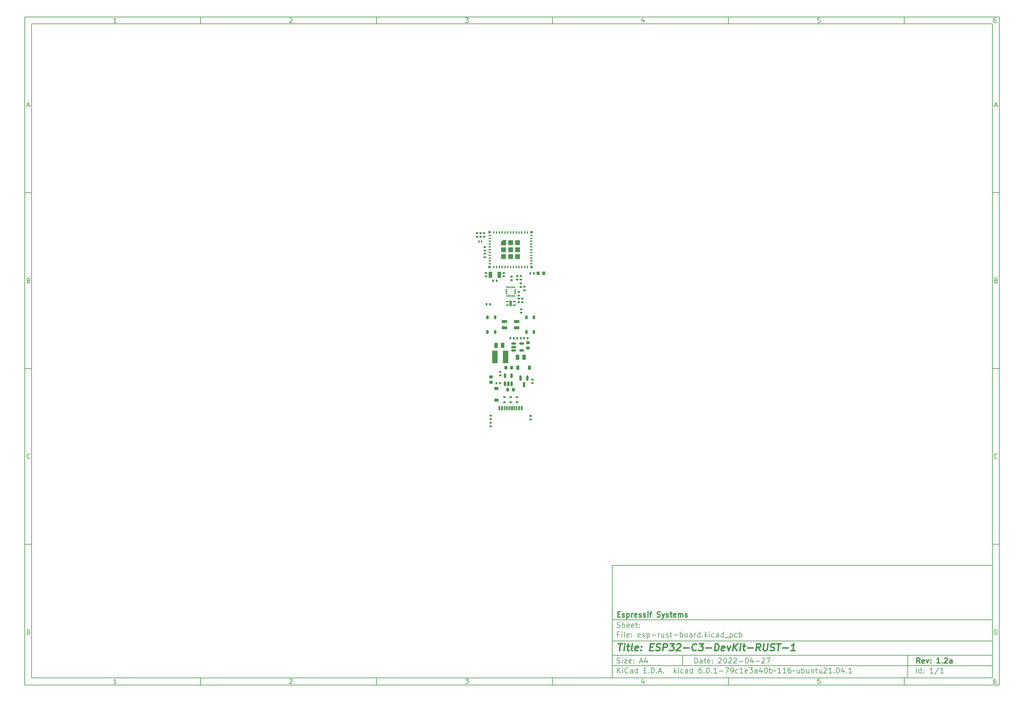
<source format=gbr>
G04 #@! TF.GenerationSoftware,KiCad,Pcbnew,6.0.1-79c1e3a40b~116~ubuntu21.04.1*
G04 #@! TF.CreationDate,2022-06-01T13:50:27+01:00*
G04 #@! TF.ProjectId,esp-rust-board,6573702d-7275-4737-942d-626f6172642e,1.2a*
G04 #@! TF.SameCoordinates,Original*
G04 #@! TF.FileFunction,Paste,Top*
G04 #@! TF.FilePolarity,Positive*
%FSLAX46Y46*%
G04 Gerber Fmt 4.6, Leading zero omitted, Abs format (unit mm)*
G04 Created by KiCad (PCBNEW 6.0.1-79c1e3a40b~116~ubuntu21.04.1) date 2022-06-01 13:50:27*
%MOMM*%
%LPD*%
G01*
G04 APERTURE LIST*
G04 Aperture macros list*
%AMRoundRect*
0 Rectangle with rounded corners*
0 $1 Rounding radius*
0 $2 $3 $4 $5 $6 $7 $8 $9 X,Y pos of 4 corners*
0 Add a 4 corners polygon primitive as box body*
4,1,4,$2,$3,$4,$5,$6,$7,$8,$9,$2,$3,0*
0 Add four circle primitives for the rounded corners*
1,1,$1+$1,$2,$3*
1,1,$1+$1,$4,$5*
1,1,$1+$1,$6,$7*
1,1,$1+$1,$8,$9*
0 Add four rect primitives between the rounded corners*
20,1,$1+$1,$2,$3,$4,$5,0*
20,1,$1+$1,$4,$5,$6,$7,0*
20,1,$1+$1,$6,$7,$8,$9,0*
20,1,$1+$1,$8,$9,$2,$3,0*%
%AMFreePoly0*
4,1,6,0.725000,-0.725000,-0.725000,-0.725000,-0.725000,0.125000,-0.125000,0.725000,0.725000,0.725000,0.725000,-0.725000,0.725000,-0.725000,$1*%
G04 Aperture macros list end*
%ADD10C,0.100000*%
%ADD11C,0.150000*%
%ADD12C,0.300000*%
%ADD13C,0.400000*%
%ADD14C,0.010000*%
%ADD15RoundRect,0.087500X0.087500X-0.187500X0.087500X0.187500X-0.087500X0.187500X-0.087500X-0.187500X0*%
%ADD16RoundRect,0.087500X0.187500X-0.087500X0.187500X0.087500X-0.187500X0.087500X-0.187500X-0.087500X0*%
%ADD17RoundRect,0.218750X0.218750X0.256250X-0.218750X0.256250X-0.218750X-0.256250X0.218750X-0.256250X0*%
%ADD18R,1.000000X1.800000*%
%ADD19RoundRect,0.140000X0.170000X-0.140000X0.170000X0.140000X-0.170000X0.140000X-0.170000X-0.140000X0*%
%ADD20RoundRect,0.140000X-0.170000X0.140000X-0.170000X-0.140000X0.170000X-0.140000X0.170000X0.140000X0*%
%ADD21RoundRect,0.135000X-0.135000X-0.185000X0.135000X-0.185000X0.135000X0.185000X-0.135000X0.185000X0*%
%ADD22RoundRect,0.225000X0.225000X0.250000X-0.225000X0.250000X-0.225000X-0.250000X0.225000X-0.250000X0*%
%ADD23R,0.700000X0.600000*%
%ADD24R,1.450000X1.450000*%
%ADD25R,0.400000X0.800000*%
%ADD26FreePoly0,0.000000*%
%ADD27R,0.700000X0.700000*%
%ADD28R,0.800000X0.400000*%
%ADD29RoundRect,0.135000X-0.185000X0.135000X-0.185000X-0.135000X0.185000X-0.135000X0.185000X0.135000X0*%
%ADD30R,0.650000X1.050000*%
%ADD31R,1.200000X0.900000*%
%ADD32RoundRect,0.135000X0.185000X-0.135000X0.185000X0.135000X-0.185000X0.135000X-0.185000X-0.135000X0*%
%ADD33R,0.700000X1.600000*%
%ADD34RoundRect,0.014000X0.361000X0.161000X-0.361000X0.161000X-0.361000X-0.161000X0.361000X-0.161000X0*%
%ADD35RoundRect,0.135000X0.135000X0.185000X-0.135000X0.185000X-0.135000X-0.185000X0.135000X-0.185000X0*%
%ADD36RoundRect,0.218750X-0.256250X0.218750X-0.256250X-0.218750X0.256250X-0.218750X0.256250X0.218750X0*%
%ADD37RoundRect,0.225000X-0.250000X0.225000X-0.250000X-0.225000X0.250000X-0.225000X0.250000X0.225000X0*%
%ADD38RoundRect,0.225000X-0.225000X-0.250000X0.225000X-0.250000X0.225000X0.250000X-0.225000X0.250000X0*%
%ADD39RoundRect,0.150000X0.150000X-0.512500X0.150000X0.512500X-0.150000X0.512500X-0.150000X-0.512500X0*%
%ADD40RoundRect,0.250000X0.250000X0.475000X-0.250000X0.475000X-0.250000X-0.475000X0.250000X-0.475000X0*%
%ADD41RoundRect,0.150000X-0.150000X0.587500X-0.150000X-0.587500X0.150000X-0.587500X0.150000X0.587500X0*%
%ADD42RoundRect,0.250000X-0.250000X-0.475000X0.250000X-0.475000X0.250000X0.475000X-0.250000X0.475000X0*%
%ADD43RoundRect,0.150000X-0.512500X-0.150000X0.512500X-0.150000X0.512500X0.150000X-0.512500X0.150000X0*%
%ADD44R,1.500000X3.600000*%
%ADD45R,0.900000X1.200000*%
%ADD46R,0.600000X1.150000*%
%ADD47R,0.300000X1.150000*%
%ADD48R,1.600000X0.850000*%
G04 APERTURE END LIST*
D10*
D11*
X177002200Y-166007200D02*
X177002200Y-198007200D01*
X285002200Y-198007200D01*
X285002200Y-166007200D01*
X177002200Y-166007200D01*
D10*
D11*
X10000000Y-10000000D02*
X10000000Y-200007200D01*
X287002200Y-200007200D01*
X287002200Y-10000000D01*
X10000000Y-10000000D01*
D10*
D11*
X12000000Y-12000000D02*
X12000000Y-198007200D01*
X285002200Y-198007200D01*
X285002200Y-12000000D01*
X12000000Y-12000000D01*
D10*
D11*
X60000000Y-12000000D02*
X60000000Y-10000000D01*
D10*
D11*
X110000000Y-12000000D02*
X110000000Y-10000000D01*
D10*
D11*
X160000000Y-12000000D02*
X160000000Y-10000000D01*
D10*
D11*
X210000000Y-12000000D02*
X210000000Y-10000000D01*
D10*
D11*
X260000000Y-12000000D02*
X260000000Y-10000000D01*
D10*
D11*
X36065476Y-11588095D02*
X35322619Y-11588095D01*
X35694047Y-11588095D02*
X35694047Y-10288095D01*
X35570238Y-10473809D01*
X35446428Y-10597619D01*
X35322619Y-10659523D01*
D10*
D11*
X85322619Y-10411904D02*
X85384523Y-10350000D01*
X85508333Y-10288095D01*
X85817857Y-10288095D01*
X85941666Y-10350000D01*
X86003571Y-10411904D01*
X86065476Y-10535714D01*
X86065476Y-10659523D01*
X86003571Y-10845238D01*
X85260714Y-11588095D01*
X86065476Y-11588095D01*
D10*
D11*
X135260714Y-10288095D02*
X136065476Y-10288095D01*
X135632142Y-10783333D01*
X135817857Y-10783333D01*
X135941666Y-10845238D01*
X136003571Y-10907142D01*
X136065476Y-11030952D01*
X136065476Y-11340476D01*
X136003571Y-11464285D01*
X135941666Y-11526190D01*
X135817857Y-11588095D01*
X135446428Y-11588095D01*
X135322619Y-11526190D01*
X135260714Y-11464285D01*
D10*
D11*
X185941666Y-10721428D02*
X185941666Y-11588095D01*
X185632142Y-10226190D02*
X185322619Y-11154761D01*
X186127380Y-11154761D01*
D10*
D11*
X236003571Y-10288095D02*
X235384523Y-10288095D01*
X235322619Y-10907142D01*
X235384523Y-10845238D01*
X235508333Y-10783333D01*
X235817857Y-10783333D01*
X235941666Y-10845238D01*
X236003571Y-10907142D01*
X236065476Y-11030952D01*
X236065476Y-11340476D01*
X236003571Y-11464285D01*
X235941666Y-11526190D01*
X235817857Y-11588095D01*
X235508333Y-11588095D01*
X235384523Y-11526190D01*
X235322619Y-11464285D01*
D10*
D11*
X285941666Y-10288095D02*
X285694047Y-10288095D01*
X285570238Y-10350000D01*
X285508333Y-10411904D01*
X285384523Y-10597619D01*
X285322619Y-10845238D01*
X285322619Y-11340476D01*
X285384523Y-11464285D01*
X285446428Y-11526190D01*
X285570238Y-11588095D01*
X285817857Y-11588095D01*
X285941666Y-11526190D01*
X286003571Y-11464285D01*
X286065476Y-11340476D01*
X286065476Y-11030952D01*
X286003571Y-10907142D01*
X285941666Y-10845238D01*
X285817857Y-10783333D01*
X285570238Y-10783333D01*
X285446428Y-10845238D01*
X285384523Y-10907142D01*
X285322619Y-11030952D01*
D10*
D11*
X60000000Y-198007200D02*
X60000000Y-200007200D01*
D10*
D11*
X110000000Y-198007200D02*
X110000000Y-200007200D01*
D10*
D11*
X160000000Y-198007200D02*
X160000000Y-200007200D01*
D10*
D11*
X210000000Y-198007200D02*
X210000000Y-200007200D01*
D10*
D11*
X260000000Y-198007200D02*
X260000000Y-200007200D01*
D10*
D11*
X36065476Y-199595295D02*
X35322619Y-199595295D01*
X35694047Y-199595295D02*
X35694047Y-198295295D01*
X35570238Y-198481009D01*
X35446428Y-198604819D01*
X35322619Y-198666723D01*
D10*
D11*
X85322619Y-198419104D02*
X85384523Y-198357200D01*
X85508333Y-198295295D01*
X85817857Y-198295295D01*
X85941666Y-198357200D01*
X86003571Y-198419104D01*
X86065476Y-198542914D01*
X86065476Y-198666723D01*
X86003571Y-198852438D01*
X85260714Y-199595295D01*
X86065476Y-199595295D01*
D10*
D11*
X135260714Y-198295295D02*
X136065476Y-198295295D01*
X135632142Y-198790533D01*
X135817857Y-198790533D01*
X135941666Y-198852438D01*
X136003571Y-198914342D01*
X136065476Y-199038152D01*
X136065476Y-199347676D01*
X136003571Y-199471485D01*
X135941666Y-199533390D01*
X135817857Y-199595295D01*
X135446428Y-199595295D01*
X135322619Y-199533390D01*
X135260714Y-199471485D01*
D10*
D11*
X185941666Y-198728628D02*
X185941666Y-199595295D01*
X185632142Y-198233390D02*
X185322619Y-199161961D01*
X186127380Y-199161961D01*
D10*
D11*
X236003571Y-198295295D02*
X235384523Y-198295295D01*
X235322619Y-198914342D01*
X235384523Y-198852438D01*
X235508333Y-198790533D01*
X235817857Y-198790533D01*
X235941666Y-198852438D01*
X236003571Y-198914342D01*
X236065476Y-199038152D01*
X236065476Y-199347676D01*
X236003571Y-199471485D01*
X235941666Y-199533390D01*
X235817857Y-199595295D01*
X235508333Y-199595295D01*
X235384523Y-199533390D01*
X235322619Y-199471485D01*
D10*
D11*
X285941666Y-198295295D02*
X285694047Y-198295295D01*
X285570238Y-198357200D01*
X285508333Y-198419104D01*
X285384523Y-198604819D01*
X285322619Y-198852438D01*
X285322619Y-199347676D01*
X285384523Y-199471485D01*
X285446428Y-199533390D01*
X285570238Y-199595295D01*
X285817857Y-199595295D01*
X285941666Y-199533390D01*
X286003571Y-199471485D01*
X286065476Y-199347676D01*
X286065476Y-199038152D01*
X286003571Y-198914342D01*
X285941666Y-198852438D01*
X285817857Y-198790533D01*
X285570238Y-198790533D01*
X285446428Y-198852438D01*
X285384523Y-198914342D01*
X285322619Y-199038152D01*
D10*
D11*
X10000000Y-60000000D02*
X12000000Y-60000000D01*
D10*
D11*
X10000000Y-110000000D02*
X12000000Y-110000000D01*
D10*
D11*
X10000000Y-160000000D02*
X12000000Y-160000000D01*
D10*
D11*
X10690476Y-35216666D02*
X11309523Y-35216666D01*
X10566666Y-35588095D02*
X11000000Y-34288095D01*
X11433333Y-35588095D01*
D10*
D11*
X11092857Y-84907142D02*
X11278571Y-84969047D01*
X11340476Y-85030952D01*
X11402380Y-85154761D01*
X11402380Y-85340476D01*
X11340476Y-85464285D01*
X11278571Y-85526190D01*
X11154761Y-85588095D01*
X10659523Y-85588095D01*
X10659523Y-84288095D01*
X11092857Y-84288095D01*
X11216666Y-84350000D01*
X11278571Y-84411904D01*
X11340476Y-84535714D01*
X11340476Y-84659523D01*
X11278571Y-84783333D01*
X11216666Y-84845238D01*
X11092857Y-84907142D01*
X10659523Y-84907142D01*
D10*
D11*
X11402380Y-135464285D02*
X11340476Y-135526190D01*
X11154761Y-135588095D01*
X11030952Y-135588095D01*
X10845238Y-135526190D01*
X10721428Y-135402380D01*
X10659523Y-135278571D01*
X10597619Y-135030952D01*
X10597619Y-134845238D01*
X10659523Y-134597619D01*
X10721428Y-134473809D01*
X10845238Y-134350000D01*
X11030952Y-134288095D01*
X11154761Y-134288095D01*
X11340476Y-134350000D01*
X11402380Y-134411904D01*
D10*
D11*
X10659523Y-185588095D02*
X10659523Y-184288095D01*
X10969047Y-184288095D01*
X11154761Y-184350000D01*
X11278571Y-184473809D01*
X11340476Y-184597619D01*
X11402380Y-184845238D01*
X11402380Y-185030952D01*
X11340476Y-185278571D01*
X11278571Y-185402380D01*
X11154761Y-185526190D01*
X10969047Y-185588095D01*
X10659523Y-185588095D01*
D10*
D11*
X287002200Y-60000000D02*
X285002200Y-60000000D01*
D10*
D11*
X287002200Y-110000000D02*
X285002200Y-110000000D01*
D10*
D11*
X287002200Y-160000000D02*
X285002200Y-160000000D01*
D10*
D11*
X285692676Y-35216666D02*
X286311723Y-35216666D01*
X285568866Y-35588095D02*
X286002200Y-34288095D01*
X286435533Y-35588095D01*
D10*
D11*
X286095057Y-84907142D02*
X286280771Y-84969047D01*
X286342676Y-85030952D01*
X286404580Y-85154761D01*
X286404580Y-85340476D01*
X286342676Y-85464285D01*
X286280771Y-85526190D01*
X286156961Y-85588095D01*
X285661723Y-85588095D01*
X285661723Y-84288095D01*
X286095057Y-84288095D01*
X286218866Y-84350000D01*
X286280771Y-84411904D01*
X286342676Y-84535714D01*
X286342676Y-84659523D01*
X286280771Y-84783333D01*
X286218866Y-84845238D01*
X286095057Y-84907142D01*
X285661723Y-84907142D01*
D10*
D11*
X286404580Y-135464285D02*
X286342676Y-135526190D01*
X286156961Y-135588095D01*
X286033152Y-135588095D01*
X285847438Y-135526190D01*
X285723628Y-135402380D01*
X285661723Y-135278571D01*
X285599819Y-135030952D01*
X285599819Y-134845238D01*
X285661723Y-134597619D01*
X285723628Y-134473809D01*
X285847438Y-134350000D01*
X286033152Y-134288095D01*
X286156961Y-134288095D01*
X286342676Y-134350000D01*
X286404580Y-134411904D01*
D10*
D11*
X285661723Y-185588095D02*
X285661723Y-184288095D01*
X285971247Y-184288095D01*
X286156961Y-184350000D01*
X286280771Y-184473809D01*
X286342676Y-184597619D01*
X286404580Y-184845238D01*
X286404580Y-185030952D01*
X286342676Y-185278571D01*
X286280771Y-185402380D01*
X286156961Y-185526190D01*
X285971247Y-185588095D01*
X285661723Y-185588095D01*
D10*
D11*
X200434342Y-193785771D02*
X200434342Y-192285771D01*
X200791485Y-192285771D01*
X201005771Y-192357200D01*
X201148628Y-192500057D01*
X201220057Y-192642914D01*
X201291485Y-192928628D01*
X201291485Y-193142914D01*
X201220057Y-193428628D01*
X201148628Y-193571485D01*
X201005771Y-193714342D01*
X200791485Y-193785771D01*
X200434342Y-193785771D01*
X202577200Y-193785771D02*
X202577200Y-193000057D01*
X202505771Y-192857200D01*
X202362914Y-192785771D01*
X202077200Y-192785771D01*
X201934342Y-192857200D01*
X202577200Y-193714342D02*
X202434342Y-193785771D01*
X202077200Y-193785771D01*
X201934342Y-193714342D01*
X201862914Y-193571485D01*
X201862914Y-193428628D01*
X201934342Y-193285771D01*
X202077200Y-193214342D01*
X202434342Y-193214342D01*
X202577200Y-193142914D01*
X203077200Y-192785771D02*
X203648628Y-192785771D01*
X203291485Y-192285771D02*
X203291485Y-193571485D01*
X203362914Y-193714342D01*
X203505771Y-193785771D01*
X203648628Y-193785771D01*
X204720057Y-193714342D02*
X204577200Y-193785771D01*
X204291485Y-193785771D01*
X204148628Y-193714342D01*
X204077200Y-193571485D01*
X204077200Y-193000057D01*
X204148628Y-192857200D01*
X204291485Y-192785771D01*
X204577200Y-192785771D01*
X204720057Y-192857200D01*
X204791485Y-193000057D01*
X204791485Y-193142914D01*
X204077200Y-193285771D01*
X205434342Y-193642914D02*
X205505771Y-193714342D01*
X205434342Y-193785771D01*
X205362914Y-193714342D01*
X205434342Y-193642914D01*
X205434342Y-193785771D01*
X205434342Y-192857200D02*
X205505771Y-192928628D01*
X205434342Y-193000057D01*
X205362914Y-192928628D01*
X205434342Y-192857200D01*
X205434342Y-193000057D01*
X207220057Y-192428628D02*
X207291485Y-192357200D01*
X207434342Y-192285771D01*
X207791485Y-192285771D01*
X207934342Y-192357200D01*
X208005771Y-192428628D01*
X208077200Y-192571485D01*
X208077200Y-192714342D01*
X208005771Y-192928628D01*
X207148628Y-193785771D01*
X208077200Y-193785771D01*
X209005771Y-192285771D02*
X209148628Y-192285771D01*
X209291485Y-192357200D01*
X209362914Y-192428628D01*
X209434342Y-192571485D01*
X209505771Y-192857200D01*
X209505771Y-193214342D01*
X209434342Y-193500057D01*
X209362914Y-193642914D01*
X209291485Y-193714342D01*
X209148628Y-193785771D01*
X209005771Y-193785771D01*
X208862914Y-193714342D01*
X208791485Y-193642914D01*
X208720057Y-193500057D01*
X208648628Y-193214342D01*
X208648628Y-192857200D01*
X208720057Y-192571485D01*
X208791485Y-192428628D01*
X208862914Y-192357200D01*
X209005771Y-192285771D01*
X210077200Y-192428628D02*
X210148628Y-192357200D01*
X210291485Y-192285771D01*
X210648628Y-192285771D01*
X210791485Y-192357200D01*
X210862914Y-192428628D01*
X210934342Y-192571485D01*
X210934342Y-192714342D01*
X210862914Y-192928628D01*
X210005771Y-193785771D01*
X210934342Y-193785771D01*
X211505771Y-192428628D02*
X211577200Y-192357200D01*
X211720057Y-192285771D01*
X212077200Y-192285771D01*
X212220057Y-192357200D01*
X212291485Y-192428628D01*
X212362914Y-192571485D01*
X212362914Y-192714342D01*
X212291485Y-192928628D01*
X211434342Y-193785771D01*
X212362914Y-193785771D01*
X213005771Y-193214342D02*
X214148628Y-193214342D01*
X215148628Y-192285771D02*
X215291485Y-192285771D01*
X215434342Y-192357200D01*
X215505771Y-192428628D01*
X215577200Y-192571485D01*
X215648628Y-192857200D01*
X215648628Y-193214342D01*
X215577200Y-193500057D01*
X215505771Y-193642914D01*
X215434342Y-193714342D01*
X215291485Y-193785771D01*
X215148628Y-193785771D01*
X215005771Y-193714342D01*
X214934342Y-193642914D01*
X214862914Y-193500057D01*
X214791485Y-193214342D01*
X214791485Y-192857200D01*
X214862914Y-192571485D01*
X214934342Y-192428628D01*
X215005771Y-192357200D01*
X215148628Y-192285771D01*
X216934342Y-192785771D02*
X216934342Y-193785771D01*
X216577200Y-192214342D02*
X216220057Y-193285771D01*
X217148628Y-193285771D01*
X217720057Y-193214342D02*
X218862914Y-193214342D01*
X219505771Y-192428628D02*
X219577200Y-192357200D01*
X219720057Y-192285771D01*
X220077200Y-192285771D01*
X220220057Y-192357200D01*
X220291485Y-192428628D01*
X220362914Y-192571485D01*
X220362914Y-192714342D01*
X220291485Y-192928628D01*
X219434342Y-193785771D01*
X220362914Y-193785771D01*
X220862914Y-192285771D02*
X221862914Y-192285771D01*
X221220057Y-193785771D01*
D10*
D11*
X177002200Y-194507200D02*
X285002200Y-194507200D01*
D10*
D11*
X178434342Y-196585771D02*
X178434342Y-195085771D01*
X179291485Y-196585771D02*
X178648628Y-195728628D01*
X179291485Y-195085771D02*
X178434342Y-195942914D01*
X179934342Y-196585771D02*
X179934342Y-195585771D01*
X179934342Y-195085771D02*
X179862914Y-195157200D01*
X179934342Y-195228628D01*
X180005771Y-195157200D01*
X179934342Y-195085771D01*
X179934342Y-195228628D01*
X181505771Y-196442914D02*
X181434342Y-196514342D01*
X181220057Y-196585771D01*
X181077200Y-196585771D01*
X180862914Y-196514342D01*
X180720057Y-196371485D01*
X180648628Y-196228628D01*
X180577200Y-195942914D01*
X180577200Y-195728628D01*
X180648628Y-195442914D01*
X180720057Y-195300057D01*
X180862914Y-195157200D01*
X181077200Y-195085771D01*
X181220057Y-195085771D01*
X181434342Y-195157200D01*
X181505771Y-195228628D01*
X182791485Y-196585771D02*
X182791485Y-195800057D01*
X182720057Y-195657200D01*
X182577200Y-195585771D01*
X182291485Y-195585771D01*
X182148628Y-195657200D01*
X182791485Y-196514342D02*
X182648628Y-196585771D01*
X182291485Y-196585771D01*
X182148628Y-196514342D01*
X182077200Y-196371485D01*
X182077200Y-196228628D01*
X182148628Y-196085771D01*
X182291485Y-196014342D01*
X182648628Y-196014342D01*
X182791485Y-195942914D01*
X184148628Y-196585771D02*
X184148628Y-195085771D01*
X184148628Y-196514342D02*
X184005771Y-196585771D01*
X183720057Y-196585771D01*
X183577200Y-196514342D01*
X183505771Y-196442914D01*
X183434342Y-196300057D01*
X183434342Y-195871485D01*
X183505771Y-195728628D01*
X183577200Y-195657200D01*
X183720057Y-195585771D01*
X184005771Y-195585771D01*
X184148628Y-195657200D01*
X186005771Y-195800057D02*
X186505771Y-195800057D01*
X186720057Y-196585771D02*
X186005771Y-196585771D01*
X186005771Y-195085771D01*
X186720057Y-195085771D01*
X187362914Y-196442914D02*
X187434342Y-196514342D01*
X187362914Y-196585771D01*
X187291485Y-196514342D01*
X187362914Y-196442914D01*
X187362914Y-196585771D01*
X188077200Y-196585771D02*
X188077200Y-195085771D01*
X188434342Y-195085771D01*
X188648628Y-195157200D01*
X188791485Y-195300057D01*
X188862914Y-195442914D01*
X188934342Y-195728628D01*
X188934342Y-195942914D01*
X188862914Y-196228628D01*
X188791485Y-196371485D01*
X188648628Y-196514342D01*
X188434342Y-196585771D01*
X188077200Y-196585771D01*
X189577200Y-196442914D02*
X189648628Y-196514342D01*
X189577200Y-196585771D01*
X189505771Y-196514342D01*
X189577200Y-196442914D01*
X189577200Y-196585771D01*
X190220057Y-196157200D02*
X190934342Y-196157200D01*
X190077200Y-196585771D02*
X190577200Y-195085771D01*
X191077200Y-196585771D01*
X191577200Y-196442914D02*
X191648628Y-196514342D01*
X191577200Y-196585771D01*
X191505771Y-196514342D01*
X191577200Y-196442914D01*
X191577200Y-196585771D01*
X194577200Y-196585771D02*
X194577200Y-195085771D01*
X194720057Y-196014342D02*
X195148628Y-196585771D01*
X195148628Y-195585771D02*
X194577200Y-196157200D01*
X195791485Y-196585771D02*
X195791485Y-195585771D01*
X195791485Y-195085771D02*
X195720057Y-195157200D01*
X195791485Y-195228628D01*
X195862914Y-195157200D01*
X195791485Y-195085771D01*
X195791485Y-195228628D01*
X197148628Y-196514342D02*
X197005771Y-196585771D01*
X196720057Y-196585771D01*
X196577200Y-196514342D01*
X196505771Y-196442914D01*
X196434342Y-196300057D01*
X196434342Y-195871485D01*
X196505771Y-195728628D01*
X196577200Y-195657200D01*
X196720057Y-195585771D01*
X197005771Y-195585771D01*
X197148628Y-195657200D01*
X198434342Y-196585771D02*
X198434342Y-195800057D01*
X198362914Y-195657200D01*
X198220057Y-195585771D01*
X197934342Y-195585771D01*
X197791485Y-195657200D01*
X198434342Y-196514342D02*
X198291485Y-196585771D01*
X197934342Y-196585771D01*
X197791485Y-196514342D01*
X197720057Y-196371485D01*
X197720057Y-196228628D01*
X197791485Y-196085771D01*
X197934342Y-196014342D01*
X198291485Y-196014342D01*
X198434342Y-195942914D01*
X199791485Y-196585771D02*
X199791485Y-195085771D01*
X199791485Y-196514342D02*
X199648628Y-196585771D01*
X199362914Y-196585771D01*
X199220057Y-196514342D01*
X199148628Y-196442914D01*
X199077200Y-196300057D01*
X199077200Y-195871485D01*
X199148628Y-195728628D01*
X199220057Y-195657200D01*
X199362914Y-195585771D01*
X199648628Y-195585771D01*
X199791485Y-195657200D01*
X202291485Y-195085771D02*
X202005771Y-195085771D01*
X201862914Y-195157200D01*
X201791485Y-195228628D01*
X201648628Y-195442914D01*
X201577200Y-195728628D01*
X201577200Y-196300057D01*
X201648628Y-196442914D01*
X201720057Y-196514342D01*
X201862914Y-196585771D01*
X202148628Y-196585771D01*
X202291485Y-196514342D01*
X202362914Y-196442914D01*
X202434342Y-196300057D01*
X202434342Y-195942914D01*
X202362914Y-195800057D01*
X202291485Y-195728628D01*
X202148628Y-195657200D01*
X201862914Y-195657200D01*
X201720057Y-195728628D01*
X201648628Y-195800057D01*
X201577200Y-195942914D01*
X203077200Y-196442914D02*
X203148628Y-196514342D01*
X203077200Y-196585771D01*
X203005771Y-196514342D01*
X203077200Y-196442914D01*
X203077200Y-196585771D01*
X204077200Y-195085771D02*
X204220057Y-195085771D01*
X204362914Y-195157200D01*
X204434342Y-195228628D01*
X204505771Y-195371485D01*
X204577200Y-195657200D01*
X204577200Y-196014342D01*
X204505771Y-196300057D01*
X204434342Y-196442914D01*
X204362914Y-196514342D01*
X204220057Y-196585771D01*
X204077200Y-196585771D01*
X203934342Y-196514342D01*
X203862914Y-196442914D01*
X203791485Y-196300057D01*
X203720057Y-196014342D01*
X203720057Y-195657200D01*
X203791485Y-195371485D01*
X203862914Y-195228628D01*
X203934342Y-195157200D01*
X204077200Y-195085771D01*
X205220057Y-196442914D02*
X205291485Y-196514342D01*
X205220057Y-196585771D01*
X205148628Y-196514342D01*
X205220057Y-196442914D01*
X205220057Y-196585771D01*
X206720057Y-196585771D02*
X205862914Y-196585771D01*
X206291485Y-196585771D02*
X206291485Y-195085771D01*
X206148628Y-195300057D01*
X206005771Y-195442914D01*
X205862914Y-195514342D01*
X207362914Y-196014342D02*
X208505771Y-196014342D01*
X209077200Y-195085771D02*
X210077200Y-195085771D01*
X209434342Y-196585771D01*
X210720057Y-196585771D02*
X211005771Y-196585771D01*
X211148628Y-196514342D01*
X211220057Y-196442914D01*
X211362914Y-196228628D01*
X211434342Y-195942914D01*
X211434342Y-195371485D01*
X211362914Y-195228628D01*
X211291485Y-195157200D01*
X211148628Y-195085771D01*
X210862914Y-195085771D01*
X210720057Y-195157200D01*
X210648628Y-195228628D01*
X210577200Y-195371485D01*
X210577200Y-195728628D01*
X210648628Y-195871485D01*
X210720057Y-195942914D01*
X210862914Y-196014342D01*
X211148628Y-196014342D01*
X211291485Y-195942914D01*
X211362914Y-195871485D01*
X211434342Y-195728628D01*
X212720057Y-196514342D02*
X212577200Y-196585771D01*
X212291485Y-196585771D01*
X212148628Y-196514342D01*
X212077200Y-196442914D01*
X212005771Y-196300057D01*
X212005771Y-195871485D01*
X212077200Y-195728628D01*
X212148628Y-195657200D01*
X212291485Y-195585771D01*
X212577200Y-195585771D01*
X212720057Y-195657200D01*
X214148628Y-196585771D02*
X213291485Y-196585771D01*
X213720057Y-196585771D02*
X213720057Y-195085771D01*
X213577200Y-195300057D01*
X213434342Y-195442914D01*
X213291485Y-195514342D01*
X215362914Y-196514342D02*
X215220057Y-196585771D01*
X214934342Y-196585771D01*
X214791485Y-196514342D01*
X214720057Y-196371485D01*
X214720057Y-195800057D01*
X214791485Y-195657200D01*
X214934342Y-195585771D01*
X215220057Y-195585771D01*
X215362914Y-195657200D01*
X215434342Y-195800057D01*
X215434342Y-195942914D01*
X214720057Y-196085771D01*
X215934342Y-195085771D02*
X216862914Y-195085771D01*
X216362914Y-195657200D01*
X216577200Y-195657200D01*
X216720057Y-195728628D01*
X216791485Y-195800057D01*
X216862914Y-195942914D01*
X216862914Y-196300057D01*
X216791485Y-196442914D01*
X216720057Y-196514342D01*
X216577200Y-196585771D01*
X216148628Y-196585771D01*
X216005771Y-196514342D01*
X215934342Y-196442914D01*
X218148628Y-196585771D02*
X218148628Y-195800057D01*
X218077200Y-195657200D01*
X217934342Y-195585771D01*
X217648628Y-195585771D01*
X217505771Y-195657200D01*
X218148628Y-196514342D02*
X218005771Y-196585771D01*
X217648628Y-196585771D01*
X217505771Y-196514342D01*
X217434342Y-196371485D01*
X217434342Y-196228628D01*
X217505771Y-196085771D01*
X217648628Y-196014342D01*
X218005771Y-196014342D01*
X218148628Y-195942914D01*
X219505771Y-195585771D02*
X219505771Y-196585771D01*
X219148628Y-195014342D02*
X218791485Y-196085771D01*
X219720057Y-196085771D01*
X220577200Y-195085771D02*
X220720057Y-195085771D01*
X220862914Y-195157200D01*
X220934342Y-195228628D01*
X221005771Y-195371485D01*
X221077200Y-195657200D01*
X221077200Y-196014342D01*
X221005771Y-196300057D01*
X220934342Y-196442914D01*
X220862914Y-196514342D01*
X220720057Y-196585771D01*
X220577200Y-196585771D01*
X220434342Y-196514342D01*
X220362914Y-196442914D01*
X220291485Y-196300057D01*
X220220057Y-196014342D01*
X220220057Y-195657200D01*
X220291485Y-195371485D01*
X220362914Y-195228628D01*
X220434342Y-195157200D01*
X220577200Y-195085771D01*
X221720057Y-196585771D02*
X221720057Y-195085771D01*
X221720057Y-195657200D02*
X221862914Y-195585771D01*
X222148628Y-195585771D01*
X222291485Y-195657200D01*
X222362914Y-195728628D01*
X222434342Y-195871485D01*
X222434342Y-196300057D01*
X222362914Y-196442914D01*
X222291485Y-196514342D01*
X222148628Y-196585771D01*
X221862914Y-196585771D01*
X221720057Y-196514342D01*
X222862914Y-196014342D02*
X222934342Y-195942914D01*
X223077200Y-195871485D01*
X223362914Y-196014342D01*
X223505771Y-195942914D01*
X223577200Y-195871485D01*
X224934342Y-196585771D02*
X224077200Y-196585771D01*
X224505771Y-196585771D02*
X224505771Y-195085771D01*
X224362914Y-195300057D01*
X224220057Y-195442914D01*
X224077200Y-195514342D01*
X226362914Y-196585771D02*
X225505771Y-196585771D01*
X225934342Y-196585771D02*
X225934342Y-195085771D01*
X225791485Y-195300057D01*
X225648628Y-195442914D01*
X225505771Y-195514342D01*
X227648628Y-195085771D02*
X227362914Y-195085771D01*
X227220057Y-195157200D01*
X227148628Y-195228628D01*
X227005771Y-195442914D01*
X226934342Y-195728628D01*
X226934342Y-196300057D01*
X227005771Y-196442914D01*
X227077199Y-196514342D01*
X227220057Y-196585771D01*
X227505771Y-196585771D01*
X227648628Y-196514342D01*
X227720057Y-196442914D01*
X227791485Y-196300057D01*
X227791485Y-195942914D01*
X227720057Y-195800057D01*
X227648628Y-195728628D01*
X227505771Y-195657200D01*
X227220057Y-195657200D01*
X227077199Y-195728628D01*
X227005771Y-195800057D01*
X226934342Y-195942914D01*
X228220057Y-196014342D02*
X228291485Y-195942914D01*
X228434342Y-195871485D01*
X228720057Y-196014342D01*
X228862914Y-195942914D01*
X228934342Y-195871485D01*
X230148628Y-195585771D02*
X230148628Y-196585771D01*
X229505771Y-195585771D02*
X229505771Y-196371485D01*
X229577199Y-196514342D01*
X229720057Y-196585771D01*
X229934342Y-196585771D01*
X230077199Y-196514342D01*
X230148628Y-196442914D01*
X230862914Y-196585771D02*
X230862914Y-195085771D01*
X230862914Y-195657200D02*
X231005771Y-195585771D01*
X231291485Y-195585771D01*
X231434342Y-195657200D01*
X231505771Y-195728628D01*
X231577200Y-195871485D01*
X231577200Y-196300057D01*
X231505771Y-196442914D01*
X231434342Y-196514342D01*
X231291485Y-196585771D01*
X231005771Y-196585771D01*
X230862914Y-196514342D01*
X232862914Y-195585771D02*
X232862914Y-196585771D01*
X232220057Y-195585771D02*
X232220057Y-196371485D01*
X232291485Y-196514342D01*
X232434342Y-196585771D01*
X232648628Y-196585771D01*
X232791485Y-196514342D01*
X232862914Y-196442914D01*
X233577200Y-195585771D02*
X233577200Y-196585771D01*
X233577200Y-195728628D02*
X233648628Y-195657200D01*
X233791485Y-195585771D01*
X234005771Y-195585771D01*
X234148628Y-195657200D01*
X234220057Y-195800057D01*
X234220057Y-196585771D01*
X234720057Y-195585771D02*
X235291485Y-195585771D01*
X234934342Y-195085771D02*
X234934342Y-196371485D01*
X235005771Y-196514342D01*
X235148628Y-196585771D01*
X235291485Y-196585771D01*
X236434342Y-195585771D02*
X236434342Y-196585771D01*
X235791485Y-195585771D02*
X235791485Y-196371485D01*
X235862914Y-196514342D01*
X236005771Y-196585771D01*
X236220057Y-196585771D01*
X236362914Y-196514342D01*
X236434342Y-196442914D01*
X237077200Y-195228628D02*
X237148628Y-195157200D01*
X237291485Y-195085771D01*
X237648628Y-195085771D01*
X237791485Y-195157200D01*
X237862914Y-195228628D01*
X237934342Y-195371485D01*
X237934342Y-195514342D01*
X237862914Y-195728628D01*
X237005771Y-196585771D01*
X237934342Y-196585771D01*
X239362914Y-196585771D02*
X238505771Y-196585771D01*
X238934342Y-196585771D02*
X238934342Y-195085771D01*
X238791485Y-195300057D01*
X238648628Y-195442914D01*
X238505771Y-195514342D01*
X240005771Y-196442914D02*
X240077199Y-196514342D01*
X240005771Y-196585771D01*
X239934342Y-196514342D01*
X240005771Y-196442914D01*
X240005771Y-196585771D01*
X241005771Y-195085771D02*
X241148628Y-195085771D01*
X241291485Y-195157200D01*
X241362914Y-195228628D01*
X241434342Y-195371485D01*
X241505771Y-195657200D01*
X241505771Y-196014342D01*
X241434342Y-196300057D01*
X241362914Y-196442914D01*
X241291485Y-196514342D01*
X241148628Y-196585771D01*
X241005771Y-196585771D01*
X240862914Y-196514342D01*
X240791485Y-196442914D01*
X240720057Y-196300057D01*
X240648628Y-196014342D01*
X240648628Y-195657200D01*
X240720057Y-195371485D01*
X240791485Y-195228628D01*
X240862914Y-195157200D01*
X241005771Y-195085771D01*
X242791485Y-195585771D02*
X242791485Y-196585771D01*
X242434342Y-195014342D02*
X242077199Y-196085771D01*
X243005771Y-196085771D01*
X243577199Y-196442914D02*
X243648628Y-196514342D01*
X243577199Y-196585771D01*
X243505771Y-196514342D01*
X243577199Y-196442914D01*
X243577199Y-196585771D01*
X245077199Y-196585771D02*
X244220057Y-196585771D01*
X244648628Y-196585771D02*
X244648628Y-195085771D01*
X244505771Y-195300057D01*
X244362914Y-195442914D01*
X244220057Y-195514342D01*
D10*
D11*
X177002200Y-191507200D02*
X285002200Y-191507200D01*
D10*
D12*
X264411485Y-193785771D02*
X263911485Y-193071485D01*
X263554342Y-193785771D02*
X263554342Y-192285771D01*
X264125771Y-192285771D01*
X264268628Y-192357200D01*
X264340057Y-192428628D01*
X264411485Y-192571485D01*
X264411485Y-192785771D01*
X264340057Y-192928628D01*
X264268628Y-193000057D01*
X264125771Y-193071485D01*
X263554342Y-193071485D01*
X265625771Y-193714342D02*
X265482914Y-193785771D01*
X265197200Y-193785771D01*
X265054342Y-193714342D01*
X264982914Y-193571485D01*
X264982914Y-193000057D01*
X265054342Y-192857200D01*
X265197200Y-192785771D01*
X265482914Y-192785771D01*
X265625771Y-192857200D01*
X265697200Y-193000057D01*
X265697200Y-193142914D01*
X264982914Y-193285771D01*
X266197200Y-192785771D02*
X266554342Y-193785771D01*
X266911485Y-192785771D01*
X267482914Y-193642914D02*
X267554342Y-193714342D01*
X267482914Y-193785771D01*
X267411485Y-193714342D01*
X267482914Y-193642914D01*
X267482914Y-193785771D01*
X267482914Y-192857200D02*
X267554342Y-192928628D01*
X267482914Y-193000057D01*
X267411485Y-192928628D01*
X267482914Y-192857200D01*
X267482914Y-193000057D01*
X270125771Y-193785771D02*
X269268628Y-193785771D01*
X269697200Y-193785771D02*
X269697200Y-192285771D01*
X269554342Y-192500057D01*
X269411485Y-192642914D01*
X269268628Y-192714342D01*
X270768628Y-193642914D02*
X270840057Y-193714342D01*
X270768628Y-193785771D01*
X270697200Y-193714342D01*
X270768628Y-193642914D01*
X270768628Y-193785771D01*
X271411485Y-192428628D02*
X271482914Y-192357200D01*
X271625771Y-192285771D01*
X271982914Y-192285771D01*
X272125771Y-192357200D01*
X272197200Y-192428628D01*
X272268628Y-192571485D01*
X272268628Y-192714342D01*
X272197200Y-192928628D01*
X271340057Y-193785771D01*
X272268628Y-193785771D01*
X273554342Y-193785771D02*
X273554342Y-193000057D01*
X273482914Y-192857200D01*
X273340057Y-192785771D01*
X273054342Y-192785771D01*
X272911485Y-192857200D01*
X273554342Y-193714342D02*
X273411485Y-193785771D01*
X273054342Y-193785771D01*
X272911485Y-193714342D01*
X272840057Y-193571485D01*
X272840057Y-193428628D01*
X272911485Y-193285771D01*
X273054342Y-193214342D01*
X273411485Y-193214342D01*
X273554342Y-193142914D01*
D10*
D11*
X178362914Y-193714342D02*
X178577200Y-193785771D01*
X178934342Y-193785771D01*
X179077200Y-193714342D01*
X179148628Y-193642914D01*
X179220057Y-193500057D01*
X179220057Y-193357200D01*
X179148628Y-193214342D01*
X179077200Y-193142914D01*
X178934342Y-193071485D01*
X178648628Y-193000057D01*
X178505771Y-192928628D01*
X178434342Y-192857200D01*
X178362914Y-192714342D01*
X178362914Y-192571485D01*
X178434342Y-192428628D01*
X178505771Y-192357200D01*
X178648628Y-192285771D01*
X179005771Y-192285771D01*
X179220057Y-192357200D01*
X179862914Y-193785771D02*
X179862914Y-192785771D01*
X179862914Y-192285771D02*
X179791485Y-192357200D01*
X179862914Y-192428628D01*
X179934342Y-192357200D01*
X179862914Y-192285771D01*
X179862914Y-192428628D01*
X180434342Y-192785771D02*
X181220057Y-192785771D01*
X180434342Y-193785771D01*
X181220057Y-193785771D01*
X182362914Y-193714342D02*
X182220057Y-193785771D01*
X181934342Y-193785771D01*
X181791485Y-193714342D01*
X181720057Y-193571485D01*
X181720057Y-193000057D01*
X181791485Y-192857200D01*
X181934342Y-192785771D01*
X182220057Y-192785771D01*
X182362914Y-192857200D01*
X182434342Y-193000057D01*
X182434342Y-193142914D01*
X181720057Y-193285771D01*
X183077200Y-193642914D02*
X183148628Y-193714342D01*
X183077200Y-193785771D01*
X183005771Y-193714342D01*
X183077200Y-193642914D01*
X183077200Y-193785771D01*
X183077200Y-192857200D02*
X183148628Y-192928628D01*
X183077200Y-193000057D01*
X183005771Y-192928628D01*
X183077200Y-192857200D01*
X183077200Y-193000057D01*
X184862914Y-193357200D02*
X185577200Y-193357200D01*
X184720057Y-193785771D02*
X185220057Y-192285771D01*
X185720057Y-193785771D01*
X186862914Y-192785771D02*
X186862914Y-193785771D01*
X186505771Y-192214342D02*
X186148628Y-193285771D01*
X187077200Y-193285771D01*
D10*
D11*
X263434342Y-196585771D02*
X263434342Y-195085771D01*
X264791485Y-196585771D02*
X264791485Y-195085771D01*
X264791485Y-196514342D02*
X264648628Y-196585771D01*
X264362914Y-196585771D01*
X264220057Y-196514342D01*
X264148628Y-196442914D01*
X264077200Y-196300057D01*
X264077200Y-195871485D01*
X264148628Y-195728628D01*
X264220057Y-195657200D01*
X264362914Y-195585771D01*
X264648628Y-195585771D01*
X264791485Y-195657200D01*
X265505771Y-196442914D02*
X265577200Y-196514342D01*
X265505771Y-196585771D01*
X265434342Y-196514342D01*
X265505771Y-196442914D01*
X265505771Y-196585771D01*
X265505771Y-195657200D02*
X265577200Y-195728628D01*
X265505771Y-195800057D01*
X265434342Y-195728628D01*
X265505771Y-195657200D01*
X265505771Y-195800057D01*
X268148628Y-196585771D02*
X267291485Y-196585771D01*
X267720057Y-196585771D02*
X267720057Y-195085771D01*
X267577200Y-195300057D01*
X267434342Y-195442914D01*
X267291485Y-195514342D01*
X269862914Y-195014342D02*
X268577200Y-196942914D01*
X271148628Y-196585771D02*
X270291485Y-196585771D01*
X270720057Y-196585771D02*
X270720057Y-195085771D01*
X270577200Y-195300057D01*
X270434342Y-195442914D01*
X270291485Y-195514342D01*
D10*
D11*
X177002200Y-187507200D02*
X285002200Y-187507200D01*
D10*
D13*
X178714580Y-188211961D02*
X179857438Y-188211961D01*
X179036009Y-190211961D02*
X179286009Y-188211961D01*
X180274104Y-190211961D02*
X180440771Y-188878628D01*
X180524104Y-188211961D02*
X180416961Y-188307200D01*
X180500295Y-188402438D01*
X180607438Y-188307200D01*
X180524104Y-188211961D01*
X180500295Y-188402438D01*
X181107438Y-188878628D02*
X181869342Y-188878628D01*
X181476485Y-188211961D02*
X181262200Y-189926247D01*
X181333628Y-190116723D01*
X181512200Y-190211961D01*
X181702676Y-190211961D01*
X182655057Y-190211961D02*
X182476485Y-190116723D01*
X182405057Y-189926247D01*
X182619342Y-188211961D01*
X184190771Y-190116723D02*
X183988390Y-190211961D01*
X183607438Y-190211961D01*
X183428866Y-190116723D01*
X183357438Y-189926247D01*
X183452676Y-189164342D01*
X183571723Y-188973866D01*
X183774104Y-188878628D01*
X184155057Y-188878628D01*
X184333628Y-188973866D01*
X184405057Y-189164342D01*
X184381247Y-189354819D01*
X183405057Y-189545295D01*
X185155057Y-190021485D02*
X185238390Y-190116723D01*
X185131247Y-190211961D01*
X185047914Y-190116723D01*
X185155057Y-190021485D01*
X185131247Y-190211961D01*
X185286009Y-188973866D02*
X185369342Y-189069104D01*
X185262200Y-189164342D01*
X185178866Y-189069104D01*
X185286009Y-188973866D01*
X185262200Y-189164342D01*
X187738390Y-189164342D02*
X188405057Y-189164342D01*
X188559819Y-190211961D02*
X187607438Y-190211961D01*
X187857438Y-188211961D01*
X188809819Y-188211961D01*
X189333628Y-190116723D02*
X189607438Y-190211961D01*
X190083628Y-190211961D01*
X190286009Y-190116723D01*
X190393152Y-190021485D01*
X190512200Y-189831009D01*
X190536009Y-189640533D01*
X190464580Y-189450057D01*
X190381247Y-189354819D01*
X190202676Y-189259580D01*
X189833628Y-189164342D01*
X189655057Y-189069104D01*
X189571723Y-188973866D01*
X189500295Y-188783390D01*
X189524104Y-188592914D01*
X189643152Y-188402438D01*
X189750295Y-188307200D01*
X189952676Y-188211961D01*
X190428866Y-188211961D01*
X190702676Y-188307200D01*
X191321723Y-190211961D02*
X191571723Y-188211961D01*
X192333628Y-188211961D01*
X192512200Y-188307200D01*
X192595533Y-188402438D01*
X192666961Y-188592914D01*
X192631247Y-188878628D01*
X192512200Y-189069104D01*
X192405057Y-189164342D01*
X192202676Y-189259580D01*
X191440771Y-189259580D01*
X193381247Y-188211961D02*
X194619342Y-188211961D01*
X193857438Y-188973866D01*
X194143152Y-188973866D01*
X194321723Y-189069104D01*
X194405057Y-189164342D01*
X194476485Y-189354819D01*
X194416961Y-189831009D01*
X194297914Y-190021485D01*
X194190771Y-190116723D01*
X193988390Y-190211961D01*
X193416961Y-190211961D01*
X193238390Y-190116723D01*
X193155057Y-190021485D01*
X195357438Y-188402438D02*
X195464580Y-188307200D01*
X195666961Y-188211961D01*
X196143152Y-188211961D01*
X196321723Y-188307200D01*
X196405057Y-188402438D01*
X196476485Y-188592914D01*
X196452676Y-188783390D01*
X196321723Y-189069104D01*
X195036009Y-190211961D01*
X196274104Y-190211961D01*
X197226485Y-189450057D02*
X198750295Y-189450057D01*
X200774104Y-190021485D02*
X200666961Y-190116723D01*
X200369342Y-190211961D01*
X200178866Y-190211961D01*
X199905057Y-190116723D01*
X199738390Y-189926247D01*
X199666961Y-189735771D01*
X199619342Y-189354819D01*
X199655057Y-189069104D01*
X199797914Y-188688152D01*
X199916961Y-188497676D01*
X200131247Y-188307200D01*
X200428866Y-188211961D01*
X200619342Y-188211961D01*
X200893152Y-188307200D01*
X200976485Y-188402438D01*
X201666961Y-188211961D02*
X202905057Y-188211961D01*
X202143152Y-188973866D01*
X202428866Y-188973866D01*
X202607438Y-189069104D01*
X202690771Y-189164342D01*
X202762200Y-189354819D01*
X202702676Y-189831009D01*
X202583628Y-190021485D01*
X202476485Y-190116723D01*
X202274104Y-190211961D01*
X201702676Y-190211961D01*
X201524104Y-190116723D01*
X201440771Y-190021485D01*
X203607438Y-189450057D02*
X205131247Y-189450057D01*
X205988390Y-190211961D02*
X206238390Y-188211961D01*
X206714580Y-188211961D01*
X206988390Y-188307200D01*
X207155057Y-188497676D01*
X207226485Y-188688152D01*
X207274104Y-189069104D01*
X207238390Y-189354819D01*
X207095533Y-189735771D01*
X206976485Y-189926247D01*
X206762200Y-190116723D01*
X206464580Y-190211961D01*
X205988390Y-190211961D01*
X208762200Y-190116723D02*
X208559819Y-190211961D01*
X208178866Y-190211961D01*
X208000295Y-190116723D01*
X207928866Y-189926247D01*
X208024104Y-189164342D01*
X208143152Y-188973866D01*
X208345533Y-188878628D01*
X208726485Y-188878628D01*
X208905057Y-188973866D01*
X208976485Y-189164342D01*
X208952676Y-189354819D01*
X207976485Y-189545295D01*
X209678866Y-188878628D02*
X209988390Y-190211961D01*
X210631247Y-188878628D01*
X211226485Y-190211961D02*
X211476485Y-188211961D01*
X212369342Y-190211961D02*
X211655057Y-189069104D01*
X212619342Y-188211961D02*
X211333628Y-189354819D01*
X213226485Y-190211961D02*
X213393152Y-188878628D01*
X213476485Y-188211961D02*
X213369342Y-188307200D01*
X213452676Y-188402438D01*
X213559819Y-188307200D01*
X213476485Y-188211961D01*
X213452676Y-188402438D01*
X214059819Y-188878628D02*
X214821723Y-188878628D01*
X214428866Y-188211961D02*
X214214580Y-189926247D01*
X214286009Y-190116723D01*
X214464580Y-190211961D01*
X214655057Y-190211961D01*
X215416961Y-189450057D02*
X216940771Y-189450057D01*
X218940771Y-190211961D02*
X218393152Y-189259580D01*
X217797914Y-190211961D02*
X218047914Y-188211961D01*
X218809819Y-188211961D01*
X218988390Y-188307200D01*
X219071723Y-188402438D01*
X219143152Y-188592914D01*
X219107438Y-188878628D01*
X218988390Y-189069104D01*
X218881247Y-189164342D01*
X218678866Y-189259580D01*
X217916961Y-189259580D01*
X220047914Y-188211961D02*
X219845533Y-189831009D01*
X219916961Y-190021485D01*
X220000295Y-190116723D01*
X220178866Y-190211961D01*
X220559819Y-190211961D01*
X220762200Y-190116723D01*
X220869342Y-190021485D01*
X220988390Y-189831009D01*
X221190771Y-188211961D01*
X221809819Y-190116723D02*
X222083628Y-190211961D01*
X222559819Y-190211961D01*
X222762200Y-190116723D01*
X222869342Y-190021485D01*
X222988390Y-189831009D01*
X223012200Y-189640533D01*
X222940771Y-189450057D01*
X222857438Y-189354819D01*
X222678866Y-189259580D01*
X222309819Y-189164342D01*
X222131247Y-189069104D01*
X222047914Y-188973866D01*
X221976485Y-188783390D01*
X222000295Y-188592914D01*
X222119342Y-188402438D01*
X222226485Y-188307200D01*
X222428866Y-188211961D01*
X222905057Y-188211961D01*
X223178866Y-188307200D01*
X223762200Y-188211961D02*
X224905057Y-188211961D01*
X224083628Y-190211961D02*
X224333628Y-188211961D01*
X225416961Y-189450057D02*
X226940771Y-189450057D01*
X228845533Y-190211961D02*
X227702676Y-190211961D01*
X228274104Y-190211961D02*
X228524104Y-188211961D01*
X228297914Y-188497676D01*
X228083628Y-188688152D01*
X227881247Y-188783390D01*
D10*
D11*
X178934342Y-185600057D02*
X178434342Y-185600057D01*
X178434342Y-186385771D02*
X178434342Y-184885771D01*
X179148628Y-184885771D01*
X179720057Y-186385771D02*
X179720057Y-185385771D01*
X179720057Y-184885771D02*
X179648628Y-184957200D01*
X179720057Y-185028628D01*
X179791485Y-184957200D01*
X179720057Y-184885771D01*
X179720057Y-185028628D01*
X180648628Y-186385771D02*
X180505771Y-186314342D01*
X180434342Y-186171485D01*
X180434342Y-184885771D01*
X181791485Y-186314342D02*
X181648628Y-186385771D01*
X181362914Y-186385771D01*
X181220057Y-186314342D01*
X181148628Y-186171485D01*
X181148628Y-185600057D01*
X181220057Y-185457200D01*
X181362914Y-185385771D01*
X181648628Y-185385771D01*
X181791485Y-185457200D01*
X181862914Y-185600057D01*
X181862914Y-185742914D01*
X181148628Y-185885771D01*
X182505771Y-186242914D02*
X182577200Y-186314342D01*
X182505771Y-186385771D01*
X182434342Y-186314342D01*
X182505771Y-186242914D01*
X182505771Y-186385771D01*
X182505771Y-185457200D02*
X182577200Y-185528628D01*
X182505771Y-185600057D01*
X182434342Y-185528628D01*
X182505771Y-185457200D01*
X182505771Y-185600057D01*
X184934342Y-186314342D02*
X184791485Y-186385771D01*
X184505771Y-186385771D01*
X184362914Y-186314342D01*
X184291485Y-186171485D01*
X184291485Y-185600057D01*
X184362914Y-185457200D01*
X184505771Y-185385771D01*
X184791485Y-185385771D01*
X184934342Y-185457200D01*
X185005771Y-185600057D01*
X185005771Y-185742914D01*
X184291485Y-185885771D01*
X185577200Y-186314342D02*
X185720057Y-186385771D01*
X186005771Y-186385771D01*
X186148628Y-186314342D01*
X186220057Y-186171485D01*
X186220057Y-186100057D01*
X186148628Y-185957200D01*
X186005771Y-185885771D01*
X185791485Y-185885771D01*
X185648628Y-185814342D01*
X185577200Y-185671485D01*
X185577200Y-185600057D01*
X185648628Y-185457200D01*
X185791485Y-185385771D01*
X186005771Y-185385771D01*
X186148628Y-185457200D01*
X186862914Y-185385771D02*
X186862914Y-186885771D01*
X186862914Y-185457200D02*
X187005771Y-185385771D01*
X187291485Y-185385771D01*
X187434342Y-185457200D01*
X187505771Y-185528628D01*
X187577200Y-185671485D01*
X187577200Y-186100057D01*
X187505771Y-186242914D01*
X187434342Y-186314342D01*
X187291485Y-186385771D01*
X187005771Y-186385771D01*
X186862914Y-186314342D01*
X188220057Y-185814342D02*
X189362914Y-185814342D01*
X190077200Y-186385771D02*
X190077200Y-185385771D01*
X190077200Y-185671485D02*
X190148628Y-185528628D01*
X190220057Y-185457200D01*
X190362914Y-185385771D01*
X190505771Y-185385771D01*
X191648628Y-185385771D02*
X191648628Y-186385771D01*
X191005771Y-185385771D02*
X191005771Y-186171485D01*
X191077200Y-186314342D01*
X191220057Y-186385771D01*
X191434342Y-186385771D01*
X191577200Y-186314342D01*
X191648628Y-186242914D01*
X192291485Y-186314342D02*
X192434342Y-186385771D01*
X192720057Y-186385771D01*
X192862914Y-186314342D01*
X192934342Y-186171485D01*
X192934342Y-186100057D01*
X192862914Y-185957200D01*
X192720057Y-185885771D01*
X192505771Y-185885771D01*
X192362914Y-185814342D01*
X192291485Y-185671485D01*
X192291485Y-185600057D01*
X192362914Y-185457200D01*
X192505771Y-185385771D01*
X192720057Y-185385771D01*
X192862914Y-185457200D01*
X193362914Y-185385771D02*
X193934342Y-185385771D01*
X193577200Y-184885771D02*
X193577200Y-186171485D01*
X193648628Y-186314342D01*
X193791485Y-186385771D01*
X193934342Y-186385771D01*
X194434342Y-185814342D02*
X195577200Y-185814342D01*
X196291485Y-186385771D02*
X196291485Y-184885771D01*
X196291485Y-185457200D02*
X196434342Y-185385771D01*
X196720057Y-185385771D01*
X196862914Y-185457200D01*
X196934342Y-185528628D01*
X197005771Y-185671485D01*
X197005771Y-186100057D01*
X196934342Y-186242914D01*
X196862914Y-186314342D01*
X196720057Y-186385771D01*
X196434342Y-186385771D01*
X196291485Y-186314342D01*
X197862914Y-186385771D02*
X197720057Y-186314342D01*
X197648628Y-186242914D01*
X197577200Y-186100057D01*
X197577200Y-185671485D01*
X197648628Y-185528628D01*
X197720057Y-185457200D01*
X197862914Y-185385771D01*
X198077200Y-185385771D01*
X198220057Y-185457200D01*
X198291485Y-185528628D01*
X198362914Y-185671485D01*
X198362914Y-186100057D01*
X198291485Y-186242914D01*
X198220057Y-186314342D01*
X198077200Y-186385771D01*
X197862914Y-186385771D01*
X199648628Y-186385771D02*
X199648628Y-185600057D01*
X199577200Y-185457200D01*
X199434342Y-185385771D01*
X199148628Y-185385771D01*
X199005771Y-185457200D01*
X199648628Y-186314342D02*
X199505771Y-186385771D01*
X199148628Y-186385771D01*
X199005771Y-186314342D01*
X198934342Y-186171485D01*
X198934342Y-186028628D01*
X199005771Y-185885771D01*
X199148628Y-185814342D01*
X199505771Y-185814342D01*
X199648628Y-185742914D01*
X200362914Y-186385771D02*
X200362914Y-185385771D01*
X200362914Y-185671485D02*
X200434342Y-185528628D01*
X200505771Y-185457200D01*
X200648628Y-185385771D01*
X200791485Y-185385771D01*
X201934342Y-186385771D02*
X201934342Y-184885771D01*
X201934342Y-186314342D02*
X201791485Y-186385771D01*
X201505771Y-186385771D01*
X201362914Y-186314342D01*
X201291485Y-186242914D01*
X201220057Y-186100057D01*
X201220057Y-185671485D01*
X201291485Y-185528628D01*
X201362914Y-185457200D01*
X201505771Y-185385771D01*
X201791485Y-185385771D01*
X201934342Y-185457200D01*
X202648628Y-186242914D02*
X202720057Y-186314342D01*
X202648628Y-186385771D01*
X202577200Y-186314342D01*
X202648628Y-186242914D01*
X202648628Y-186385771D01*
X203362914Y-186385771D02*
X203362914Y-184885771D01*
X203505771Y-185814342D02*
X203934342Y-186385771D01*
X203934342Y-185385771D02*
X203362914Y-185957200D01*
X204577200Y-186385771D02*
X204577200Y-185385771D01*
X204577200Y-184885771D02*
X204505771Y-184957200D01*
X204577200Y-185028628D01*
X204648628Y-184957200D01*
X204577200Y-184885771D01*
X204577200Y-185028628D01*
X205934342Y-186314342D02*
X205791485Y-186385771D01*
X205505771Y-186385771D01*
X205362914Y-186314342D01*
X205291485Y-186242914D01*
X205220057Y-186100057D01*
X205220057Y-185671485D01*
X205291485Y-185528628D01*
X205362914Y-185457200D01*
X205505771Y-185385771D01*
X205791485Y-185385771D01*
X205934342Y-185457200D01*
X207220057Y-186385771D02*
X207220057Y-185600057D01*
X207148628Y-185457200D01*
X207005771Y-185385771D01*
X206720057Y-185385771D01*
X206577200Y-185457200D01*
X207220057Y-186314342D02*
X207077200Y-186385771D01*
X206720057Y-186385771D01*
X206577200Y-186314342D01*
X206505771Y-186171485D01*
X206505771Y-186028628D01*
X206577200Y-185885771D01*
X206720057Y-185814342D01*
X207077200Y-185814342D01*
X207220057Y-185742914D01*
X208577200Y-186385771D02*
X208577200Y-184885771D01*
X208577200Y-186314342D02*
X208434342Y-186385771D01*
X208148628Y-186385771D01*
X208005771Y-186314342D01*
X207934342Y-186242914D01*
X207862914Y-186100057D01*
X207862914Y-185671485D01*
X207934342Y-185528628D01*
X208005771Y-185457200D01*
X208148628Y-185385771D01*
X208434342Y-185385771D01*
X208577200Y-185457200D01*
X208934342Y-186528628D02*
X210077200Y-186528628D01*
X210434342Y-185385771D02*
X210434342Y-186885771D01*
X210434342Y-185457200D02*
X210577200Y-185385771D01*
X210862914Y-185385771D01*
X211005771Y-185457200D01*
X211077200Y-185528628D01*
X211148628Y-185671485D01*
X211148628Y-186100057D01*
X211077200Y-186242914D01*
X211005771Y-186314342D01*
X210862914Y-186385771D01*
X210577200Y-186385771D01*
X210434342Y-186314342D01*
X212434342Y-186314342D02*
X212291485Y-186385771D01*
X212005771Y-186385771D01*
X211862914Y-186314342D01*
X211791485Y-186242914D01*
X211720057Y-186100057D01*
X211720057Y-185671485D01*
X211791485Y-185528628D01*
X211862914Y-185457200D01*
X212005771Y-185385771D01*
X212291485Y-185385771D01*
X212434342Y-185457200D01*
X213077200Y-186385771D02*
X213077200Y-184885771D01*
X213077200Y-185457200D02*
X213220057Y-185385771D01*
X213505771Y-185385771D01*
X213648628Y-185457200D01*
X213720057Y-185528628D01*
X213791485Y-185671485D01*
X213791485Y-186100057D01*
X213720057Y-186242914D01*
X213648628Y-186314342D01*
X213505771Y-186385771D01*
X213220057Y-186385771D01*
X213077200Y-186314342D01*
D10*
D11*
X177002200Y-181507200D02*
X285002200Y-181507200D01*
D10*
D11*
X178362914Y-183614342D02*
X178577200Y-183685771D01*
X178934342Y-183685771D01*
X179077200Y-183614342D01*
X179148628Y-183542914D01*
X179220057Y-183400057D01*
X179220057Y-183257200D01*
X179148628Y-183114342D01*
X179077200Y-183042914D01*
X178934342Y-182971485D01*
X178648628Y-182900057D01*
X178505771Y-182828628D01*
X178434342Y-182757200D01*
X178362914Y-182614342D01*
X178362914Y-182471485D01*
X178434342Y-182328628D01*
X178505771Y-182257200D01*
X178648628Y-182185771D01*
X179005771Y-182185771D01*
X179220057Y-182257200D01*
X179862914Y-183685771D02*
X179862914Y-182185771D01*
X180505771Y-183685771D02*
X180505771Y-182900057D01*
X180434342Y-182757200D01*
X180291485Y-182685771D01*
X180077200Y-182685771D01*
X179934342Y-182757200D01*
X179862914Y-182828628D01*
X181791485Y-183614342D02*
X181648628Y-183685771D01*
X181362914Y-183685771D01*
X181220057Y-183614342D01*
X181148628Y-183471485D01*
X181148628Y-182900057D01*
X181220057Y-182757200D01*
X181362914Y-182685771D01*
X181648628Y-182685771D01*
X181791485Y-182757200D01*
X181862914Y-182900057D01*
X181862914Y-183042914D01*
X181148628Y-183185771D01*
X183077200Y-183614342D02*
X182934342Y-183685771D01*
X182648628Y-183685771D01*
X182505771Y-183614342D01*
X182434342Y-183471485D01*
X182434342Y-182900057D01*
X182505771Y-182757200D01*
X182648628Y-182685771D01*
X182934342Y-182685771D01*
X183077200Y-182757200D01*
X183148628Y-182900057D01*
X183148628Y-183042914D01*
X182434342Y-183185771D01*
X183577200Y-182685771D02*
X184148628Y-182685771D01*
X183791485Y-182185771D02*
X183791485Y-183471485D01*
X183862914Y-183614342D01*
X184005771Y-183685771D01*
X184148628Y-183685771D01*
X184648628Y-183542914D02*
X184720057Y-183614342D01*
X184648628Y-183685771D01*
X184577200Y-183614342D01*
X184648628Y-183542914D01*
X184648628Y-183685771D01*
X184648628Y-182757200D02*
X184720057Y-182828628D01*
X184648628Y-182900057D01*
X184577200Y-182828628D01*
X184648628Y-182757200D01*
X184648628Y-182900057D01*
D10*
D12*
X178554342Y-179900057D02*
X179054342Y-179900057D01*
X179268628Y-180685771D02*
X178554342Y-180685771D01*
X178554342Y-179185771D01*
X179268628Y-179185771D01*
X179840057Y-180614342D02*
X179982914Y-180685771D01*
X180268628Y-180685771D01*
X180411485Y-180614342D01*
X180482914Y-180471485D01*
X180482914Y-180400057D01*
X180411485Y-180257200D01*
X180268628Y-180185771D01*
X180054342Y-180185771D01*
X179911485Y-180114342D01*
X179840057Y-179971485D01*
X179840057Y-179900057D01*
X179911485Y-179757200D01*
X180054342Y-179685771D01*
X180268628Y-179685771D01*
X180411485Y-179757200D01*
X181125771Y-179685771D02*
X181125771Y-181185771D01*
X181125771Y-179757200D02*
X181268628Y-179685771D01*
X181554342Y-179685771D01*
X181697200Y-179757200D01*
X181768628Y-179828628D01*
X181840057Y-179971485D01*
X181840057Y-180400057D01*
X181768628Y-180542914D01*
X181697200Y-180614342D01*
X181554342Y-180685771D01*
X181268628Y-180685771D01*
X181125771Y-180614342D01*
X182482914Y-180685771D02*
X182482914Y-179685771D01*
X182482914Y-179971485D02*
X182554342Y-179828628D01*
X182625771Y-179757200D01*
X182768628Y-179685771D01*
X182911485Y-179685771D01*
X183982914Y-180614342D02*
X183840057Y-180685771D01*
X183554342Y-180685771D01*
X183411485Y-180614342D01*
X183340057Y-180471485D01*
X183340057Y-179900057D01*
X183411485Y-179757200D01*
X183554342Y-179685771D01*
X183840057Y-179685771D01*
X183982914Y-179757200D01*
X184054342Y-179900057D01*
X184054342Y-180042914D01*
X183340057Y-180185771D01*
X184625771Y-180614342D02*
X184768628Y-180685771D01*
X185054342Y-180685771D01*
X185197200Y-180614342D01*
X185268628Y-180471485D01*
X185268628Y-180400057D01*
X185197200Y-180257200D01*
X185054342Y-180185771D01*
X184840057Y-180185771D01*
X184697200Y-180114342D01*
X184625771Y-179971485D01*
X184625771Y-179900057D01*
X184697200Y-179757200D01*
X184840057Y-179685771D01*
X185054342Y-179685771D01*
X185197200Y-179757200D01*
X185840057Y-180614342D02*
X185982914Y-180685771D01*
X186268628Y-180685771D01*
X186411485Y-180614342D01*
X186482914Y-180471485D01*
X186482914Y-180400057D01*
X186411485Y-180257200D01*
X186268628Y-180185771D01*
X186054342Y-180185771D01*
X185911485Y-180114342D01*
X185840057Y-179971485D01*
X185840057Y-179900057D01*
X185911485Y-179757200D01*
X186054342Y-179685771D01*
X186268628Y-179685771D01*
X186411485Y-179757200D01*
X187125771Y-180685771D02*
X187125771Y-179685771D01*
X187125771Y-179185771D02*
X187054342Y-179257200D01*
X187125771Y-179328628D01*
X187197200Y-179257200D01*
X187125771Y-179185771D01*
X187125771Y-179328628D01*
X187625771Y-179685771D02*
X188197200Y-179685771D01*
X187840057Y-180685771D02*
X187840057Y-179400057D01*
X187911485Y-179257200D01*
X188054342Y-179185771D01*
X188197200Y-179185771D01*
X189768628Y-180614342D02*
X189982914Y-180685771D01*
X190340057Y-180685771D01*
X190482914Y-180614342D01*
X190554342Y-180542914D01*
X190625771Y-180400057D01*
X190625771Y-180257200D01*
X190554342Y-180114342D01*
X190482914Y-180042914D01*
X190340057Y-179971485D01*
X190054342Y-179900057D01*
X189911485Y-179828628D01*
X189840057Y-179757200D01*
X189768628Y-179614342D01*
X189768628Y-179471485D01*
X189840057Y-179328628D01*
X189911485Y-179257200D01*
X190054342Y-179185771D01*
X190411485Y-179185771D01*
X190625771Y-179257200D01*
X191125771Y-179685771D02*
X191482914Y-180685771D01*
X191840057Y-179685771D02*
X191482914Y-180685771D01*
X191340057Y-181042914D01*
X191268628Y-181114342D01*
X191125771Y-181185771D01*
X192340057Y-180614342D02*
X192482914Y-180685771D01*
X192768628Y-180685771D01*
X192911485Y-180614342D01*
X192982914Y-180471485D01*
X192982914Y-180400057D01*
X192911485Y-180257200D01*
X192768628Y-180185771D01*
X192554342Y-180185771D01*
X192411485Y-180114342D01*
X192340057Y-179971485D01*
X192340057Y-179900057D01*
X192411485Y-179757200D01*
X192554342Y-179685771D01*
X192768628Y-179685771D01*
X192911485Y-179757200D01*
X193411485Y-179685771D02*
X193982914Y-179685771D01*
X193625771Y-179185771D02*
X193625771Y-180471485D01*
X193697200Y-180614342D01*
X193840057Y-180685771D01*
X193982914Y-180685771D01*
X195054342Y-180614342D02*
X194911485Y-180685771D01*
X194625771Y-180685771D01*
X194482914Y-180614342D01*
X194411485Y-180471485D01*
X194411485Y-179900057D01*
X194482914Y-179757200D01*
X194625771Y-179685771D01*
X194911485Y-179685771D01*
X195054342Y-179757200D01*
X195125771Y-179900057D01*
X195125771Y-180042914D01*
X194411485Y-180185771D01*
X195768628Y-180685771D02*
X195768628Y-179685771D01*
X195768628Y-179828628D02*
X195840057Y-179757200D01*
X195982914Y-179685771D01*
X196197200Y-179685771D01*
X196340057Y-179757200D01*
X196411485Y-179900057D01*
X196411485Y-180685771D01*
X196411485Y-179900057D02*
X196482914Y-179757200D01*
X196625771Y-179685771D01*
X196840057Y-179685771D01*
X196982914Y-179757200D01*
X197054342Y-179900057D01*
X197054342Y-180685771D01*
X197697200Y-180614342D02*
X197840057Y-180685771D01*
X198125771Y-180685771D01*
X198268628Y-180614342D01*
X198340057Y-180471485D01*
X198340057Y-180400057D01*
X198268628Y-180257200D01*
X198125771Y-180185771D01*
X197911485Y-180185771D01*
X197768628Y-180114342D01*
X197697200Y-179971485D01*
X197697200Y-179900057D01*
X197768628Y-179757200D01*
X197911485Y-179685771D01*
X198125771Y-179685771D01*
X198268628Y-179757200D01*
D10*
D11*
D10*
D11*
D10*
D11*
D10*
D11*
D10*
D11*
X197002200Y-191507200D02*
X197002200Y-194507200D01*
D10*
D11*
X261002200Y-191507200D02*
X261002200Y-198007200D01*
D14*
G04 #@! TO.C,D1*
X139242000Y-74134000D02*
X138942000Y-74134000D01*
X138942000Y-74134000D02*
X138942000Y-73534000D01*
X138942000Y-73534000D02*
X139242000Y-73534000D01*
X139242000Y-73534000D02*
X139242000Y-74134000D01*
G36*
X139242000Y-74134000D02*
G01*
X138942000Y-74134000D01*
X138942000Y-73534000D01*
X139242000Y-73534000D01*
X139242000Y-74134000D01*
G37*
X139242000Y-74134000D02*
X138942000Y-74134000D01*
X138942000Y-73534000D01*
X139242000Y-73534000D01*
X139242000Y-74134000D01*
X139942000Y-74134000D02*
X139642000Y-74134000D01*
X139642000Y-74134000D02*
X139642000Y-73534000D01*
X139642000Y-73534000D02*
X139942000Y-73534000D01*
X139942000Y-73534000D02*
X139942000Y-74134000D01*
G36*
X139942000Y-74134000D02*
G01*
X139642000Y-74134000D01*
X139642000Y-73534000D01*
X139942000Y-73534000D01*
X139942000Y-74134000D01*
G37*
X139942000Y-74134000D02*
X139642000Y-74134000D01*
X139642000Y-73534000D01*
X139942000Y-73534000D01*
X139942000Y-74134000D01*
G04 #@! TD*
D15*
G04 #@! TO.C,U2*
X147132800Y-89363000D03*
X147632800Y-89363000D03*
X148132800Y-89363000D03*
X148632800Y-89363000D03*
X149132800Y-89363000D03*
D16*
X149357800Y-88638000D03*
X149357800Y-88138000D03*
X149357800Y-87638000D03*
D15*
X149132800Y-86913000D03*
X148632800Y-86913000D03*
X148132800Y-86913000D03*
X147632800Y-86913000D03*
X147132800Y-86913000D03*
D16*
X146907800Y-87638000D03*
X146907800Y-88138000D03*
X146907800Y-88638000D03*
G04 #@! TD*
D17*
G04 #@! TO.C,D2*
X155930500Y-82931000D03*
X157505500Y-82931000D03*
G04 #@! TD*
D18*
G04 #@! TO.C,Y1*
X144887000Y-83312000D03*
X142387000Y-83312000D03*
G04 #@! TD*
D19*
G04 #@! TO.C,C3*
X150418800Y-90147200D03*
X150418800Y-91107200D03*
G04 #@! TD*
G04 #@! TO.C,C13*
X146177000Y-82832000D03*
X146177000Y-83792000D03*
G04 #@! TD*
G04 #@! TO.C,C1*
X151434800Y-90147200D03*
X151434800Y-91107200D03*
G04 #@! TD*
D20*
G04 #@! TO.C,C14*
X151079200Y-94104400D03*
X151079200Y-93144400D03*
G04 #@! TD*
D21*
G04 #@! TO.C,R12*
X144152000Y-85034000D03*
X143132000Y-85034000D03*
G04 #@! TD*
D22*
G04 #@! TO.C,C16*
X147307000Y-116000000D03*
X148857000Y-116000000D03*
G04 #@! TD*
D20*
G04 #@! TO.C,C2*
X150418800Y-89227600D03*
X150418800Y-88267600D03*
G04 #@! TD*
D23*
G04 #@! TO.C,D8*
X148082000Y-118172000D03*
X148082000Y-119572000D03*
G04 #@! TD*
D19*
G04 #@! TO.C,C8*
X140589000Y-71529000D03*
X140589000Y-72489000D03*
G04 #@! TD*
D20*
G04 #@! TO.C,C10*
X140716000Y-78331000D03*
X140716000Y-77371000D03*
G04 #@! TD*
D23*
G04 #@! TO.C,D7*
X149860000Y-118172000D03*
X149860000Y-119572000D03*
G04 #@! TD*
D21*
G04 #@! TO.C,R10*
X154688000Y-82931000D03*
X153668000Y-82931000D03*
G04 #@! TD*
D24*
G04 #@! TO.C,U3*
X148082000Y-76200000D03*
D25*
X146482000Y-71300000D03*
X148882000Y-71300000D03*
D26*
X146107000Y-74225000D03*
D25*
X144082000Y-71300000D03*
D24*
X146107000Y-76200000D03*
D27*
X142132000Y-71250000D03*
X154032000Y-81150000D03*
D24*
X150057000Y-76200000D03*
D25*
X148082000Y-71300000D03*
X147282000Y-71300000D03*
X152882000Y-71300000D03*
D24*
X148082000Y-74225000D03*
D25*
X150482000Y-71300000D03*
X143282000Y-71300000D03*
D24*
X146107000Y-78175000D03*
D25*
X152082000Y-71300000D03*
X151282000Y-71300000D03*
D27*
X142132000Y-81150000D03*
D24*
X148082000Y-78175000D03*
X150057000Y-74225000D03*
X150057000Y-78175000D03*
D27*
X154032000Y-71250000D03*
D25*
X144882000Y-71300000D03*
X145682000Y-71300000D03*
X149682000Y-71300000D03*
D28*
X153982000Y-72200000D03*
X153982000Y-73000000D03*
X153982000Y-73800000D03*
X153982000Y-74600000D03*
X153982000Y-75400000D03*
X153982000Y-76200000D03*
X153982000Y-77000000D03*
X153982000Y-77800000D03*
X153982000Y-78600000D03*
X153982000Y-79400000D03*
X153982000Y-80200000D03*
D25*
X152882000Y-81100000D03*
X152082000Y-81100000D03*
X151282000Y-81100000D03*
X150482000Y-81100000D03*
X149682000Y-81100000D03*
X148882000Y-81100000D03*
X148082000Y-81100000D03*
X147282000Y-81100000D03*
X146482000Y-81100000D03*
X145682000Y-81100000D03*
X144882000Y-81100000D03*
X144082000Y-81100000D03*
X143282000Y-81100000D03*
D28*
X142182000Y-80200000D03*
X142182000Y-79400000D03*
X142182000Y-78600000D03*
X142182000Y-77800000D03*
X142182000Y-77000000D03*
X142182000Y-76200000D03*
X142182000Y-75400000D03*
X142182000Y-74600000D03*
X142182000Y-73800000D03*
X142182000Y-73000000D03*
X142182000Y-72200000D03*
G04 #@! TD*
D29*
G04 #@! TO.C,R7*
X151028400Y-85799200D03*
X151028400Y-86819200D03*
G04 #@! TD*
D30*
G04 #@! TO.C,SW1*
X143670600Y-95461000D03*
X143670600Y-99611000D03*
X141520600Y-99611000D03*
X141520600Y-95461000D03*
G04 #@! TD*
D19*
G04 #@! TO.C,C9*
X139573000Y-71529000D03*
X139573000Y-72489000D03*
G04 #@! TD*
D23*
G04 #@! TO.C,D5*
X146304000Y-118172000D03*
X146304000Y-119572000D03*
G04 #@! TD*
D19*
G04 #@! TO.C,C12*
X141097000Y-82832000D03*
X141097000Y-83792000D03*
G04 #@! TD*
D29*
G04 #@! TO.C,R6*
X142400000Y-124410000D03*
X142400000Y-123390000D03*
G04 #@! TD*
G04 #@! TO.C,R4*
X153800000Y-124462000D03*
X153800000Y-123442000D03*
G04 #@! TD*
D31*
G04 #@! TO.C,D6*
X144018000Y-118998000D03*
X144018000Y-115698000D03*
G04 #@! TD*
D20*
G04 #@! TO.C,C4*
X152044400Y-87703600D03*
X152044400Y-86743600D03*
G04 #@! TD*
D29*
G04 #@! TO.C,R18*
X148336000Y-84888800D03*
X148336000Y-83868800D03*
G04 #@! TD*
D32*
G04 #@! TO.C,R17*
X149961600Y-83716400D03*
X149961600Y-84736400D03*
G04 #@! TD*
D33*
G04 #@! TO.C,U1*
X148132800Y-91434000D03*
D34*
X147162800Y-91934000D03*
X147162800Y-90934000D03*
X149102800Y-90934000D03*
X149102800Y-91934000D03*
G04 #@! TD*
D30*
G04 #@! TO.C,SW2*
X154745000Y-99611000D03*
X154745000Y-95461000D03*
X152595000Y-95461000D03*
X152595000Y-99611000D03*
G04 #@! TD*
D19*
G04 #@! TO.C,C11*
X138557000Y-71529000D03*
X138557000Y-72489000D03*
G04 #@! TD*
D29*
G04 #@! TO.C,R8*
X140716000Y-76456000D03*
X140716000Y-75436000D03*
G04 #@! TD*
D35*
G04 #@! TO.C,R2*
X151915400Y-101346000D03*
X152935400Y-101346000D03*
G04 #@! TD*
D36*
G04 #@! TO.C,D3*
X142494000Y-113944500D03*
X142494000Y-112369500D03*
G04 #@! TD*
D37*
G04 #@! TO.C,C6*
X153035000Y-104153000D03*
X153035000Y-102603000D03*
G04 #@! TD*
D38*
G04 #@! TO.C,C15*
X148349000Y-109728000D03*
X146799000Y-109728000D03*
G04 #@! TD*
D39*
G04 #@! TO.C,U6*
X146497000Y-112019500D03*
X148397000Y-112019500D03*
X148397000Y-114294500D03*
X147447000Y-114294500D03*
X146497000Y-114294500D03*
G04 #@! TD*
D40*
G04 #@! TO.C,C5*
X150053000Y-106807000D03*
X151953000Y-106807000D03*
G04 #@! TD*
D29*
G04 #@! TO.C,R9*
X145110200Y-111939800D03*
X145110200Y-110919800D03*
G04 #@! TD*
D41*
G04 #@! TO.C,Q1*
X151892000Y-114602500D03*
X150942000Y-112727500D03*
X152842000Y-112727500D03*
G04 #@! TD*
D35*
G04 #@! TO.C,R1*
X148029200Y-101346000D03*
X149049200Y-101346000D03*
G04 #@! TD*
D42*
G04 #@! TO.C,C7*
X145857000Y-103378000D03*
X143957000Y-103378000D03*
G04 #@! TD*
D35*
G04 #@! TO.C,R3*
X149985000Y-101346000D03*
X151005000Y-101346000D03*
G04 #@! TD*
D43*
G04 #@! TO.C,U5*
X151251500Y-102936000D03*
X151251500Y-104836000D03*
X148976500Y-104836000D03*
X148976500Y-103886000D03*
X148976500Y-102936000D03*
G04 #@! TD*
D32*
G04 #@! TO.C,R19*
X150977600Y-83716400D03*
X150977600Y-84736400D03*
G04 #@! TD*
D44*
G04 #@! TO.C,L1*
X143636000Y-106680000D03*
X146686000Y-106680000D03*
G04 #@! TD*
D45*
G04 #@! TO.C,D4*
X150115000Y-109728000D03*
X153415000Y-109728000D03*
G04 #@! TD*
D35*
G04 #@! TO.C,R14*
X144016000Y-114173000D03*
X145036000Y-114173000D03*
G04 #@! TD*
D29*
G04 #@! TO.C,R15*
X154305000Y-114175000D03*
X154305000Y-113155000D03*
G04 #@! TD*
D21*
G04 #@! TO.C,R11*
X142242000Y-91694000D03*
X141222000Y-91694000D03*
G04 #@! TD*
D32*
G04 #@! TO.C,R5*
X142400000Y-125390000D03*
X142400000Y-126410000D03*
G04 #@! TD*
D46*
G04 #@! TO.C,J1*
X144882000Y-121229000D03*
X145682000Y-121229000D03*
D47*
X146832000Y-121229000D03*
X147832000Y-121229000D03*
X148332000Y-121229000D03*
X149332000Y-121229000D03*
D46*
X151282000Y-121229000D03*
X150482000Y-121229000D03*
D47*
X149832000Y-121229000D03*
X148832000Y-121229000D03*
X147332000Y-121229000D03*
X146332000Y-121229000D03*
G04 #@! TD*
D48*
G04 #@! TO.C,D9*
X146332000Y-98411000D03*
X146332000Y-96661000D03*
X149832000Y-96661000D03*
X149832000Y-98411000D03*
G04 #@! TD*
M02*

</source>
